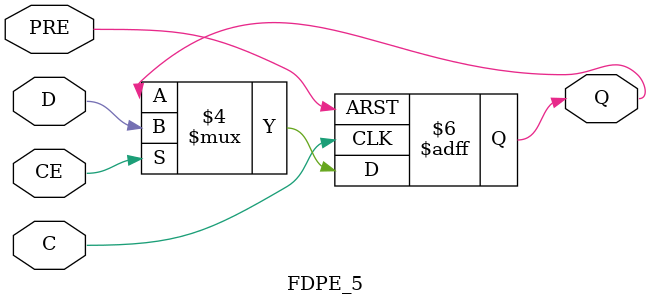
<source format=v>
module FDPE_5 (output reg Q, input C, CE, D, PRE);
  parameter [0:0] INIT = 1'b0;
  parameter [0:0] IS_C_INVERTED = 1'b0;
  parameter [0:0] IS_D_INVERTED = 1'b0;
  parameter [0:0] IS_PRE_INVERTED = 1'b0;
  initial Q <= INIT;
  generate case ({|IS_C_INVERTED, |IS_PRE_INVERTED})
    2'b00: always @(posedge C, posedge PRE) if ( PRE) Q <= 1'b1; else if (CE) Q <= D ^ IS_D_INVERTED;
    2'b01: always @(posedge C, negedge PRE) if (!PRE) Q <= 1'b1; else if (CE) Q <= D ^ IS_D_INVERTED;
    2'b10: always @(negedge C, posedge PRE) if ( PRE) Q <= 1'b1; else if (CE) Q <= D ^ IS_D_INVERTED;
    2'b11: always @(negedge C, negedge PRE) if (!PRE) Q <= 1'b1; else if (CE) Q <= D ^ IS_D_INVERTED;
  endcase endgenerate
endmodule
</source>
